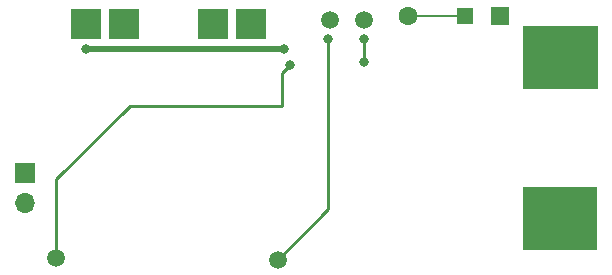
<source format=gbl>
G04 #@! TF.GenerationSoftware,KiCad,Pcbnew,(5.1.8)-1*
G04 #@! TF.CreationDate,2020-12-05T00:35:16+00:00*
G04 #@! TF.ProjectId,Great Wave Refurbishing GBA Battery Board,47726561-7420-4576-9176-652052656675,rev?*
G04 #@! TF.SameCoordinates,Original*
G04 #@! TF.FileFunction,Copper,L2,Bot*
G04 #@! TF.FilePolarity,Positive*
%FSLAX46Y46*%
G04 Gerber Fmt 4.6, Leading zero omitted, Abs format (unit mm)*
G04 Created by KiCad (PCBNEW (5.1.8)-1) date 2020-12-05 00:35:16*
%MOMM*%
%LPD*%
G01*
G04 APERTURE LIST*
G04 #@! TA.AperFunction,NonConductor*
%ADD10C,0.100000*%
G04 #@! TD*
G04 #@! TA.AperFunction,ComponentPad*
%ADD11R,2.500000X2.500000*%
G04 #@! TD*
G04 #@! TA.AperFunction,ComponentPad*
%ADD12C,1.500000*%
G04 #@! TD*
G04 #@! TA.AperFunction,SMDPad,CuDef*
%ADD13R,4.000000X0.250000*%
G04 #@! TD*
G04 #@! TA.AperFunction,SMDPad,CuDef*
%ADD14R,1.340000X1.340000*%
G04 #@! TD*
G04 #@! TA.AperFunction,ComponentPad*
%ADD15C,1.600000*%
G04 #@! TD*
G04 #@! TA.AperFunction,ComponentPad*
%ADD16R,1.600000X1.600000*%
G04 #@! TD*
G04 #@! TA.AperFunction,ComponentPad*
%ADD17R,1.700000X1.700000*%
G04 #@! TD*
G04 #@! TA.AperFunction,ComponentPad*
%ADD18O,1.700000X1.700000*%
G04 #@! TD*
G04 #@! TA.AperFunction,ViaPad*
%ADD19C,0.800000*%
G04 #@! TD*
G04 #@! TA.AperFunction,Conductor*
%ADD20C,0.250000*%
G04 #@! TD*
G04 #@! TA.AperFunction,Conductor*
%ADD21C,0.500000*%
G04 #@! TD*
G04 #@! TA.AperFunction,Conductor*
%ADD22C,1.000000*%
G04 #@! TD*
G04 APERTURE END LIST*
D10*
G36*
X62128000Y-33075000D02*
G01*
X55878000Y-33075000D01*
X55878000Y-27825000D01*
X62128000Y-27825000D01*
X62128000Y-33075000D01*
G37*
X62128000Y-33075000D02*
X55878000Y-33075000D01*
X55878000Y-27825000D01*
X62128000Y-27825000D01*
X62128000Y-33075000D01*
G36*
X62153000Y-19475000D02*
G01*
X55903000Y-19475000D01*
X55903000Y-14225000D01*
X62153000Y-14225000D01*
X62153000Y-19475000D01*
G37*
X62153000Y-19475000D02*
X55903000Y-19475000D01*
X55903000Y-14225000D01*
X62153000Y-14225000D01*
X62153000Y-19475000D01*
D11*
X32875000Y-14000000D03*
X18875000Y-14000000D03*
X22125000Y-14000000D03*
X29625000Y-14000000D03*
D12*
X42425000Y-13725000D03*
X39525000Y-13675000D03*
X35150000Y-33975000D03*
X16375000Y-33850000D03*
D13*
X48555000Y-13325000D03*
D14*
X50965000Y-13325000D03*
D15*
X46155000Y-13325000D03*
D16*
X53955000Y-13325000D03*
D17*
X13710500Y-26664500D03*
D18*
X13710500Y-29204500D03*
D19*
X60233000Y-14875000D03*
X56483000Y-16225000D03*
X57733000Y-18875000D03*
X57733000Y-14875000D03*
X60233000Y-18875000D03*
X56503000Y-17525000D03*
X58983000Y-18875000D03*
X56503000Y-14875000D03*
X56483000Y-14875000D03*
X56503000Y-16225000D03*
X56483000Y-17525000D03*
X56483000Y-18875000D03*
X56503000Y-18875000D03*
X58983000Y-14875000D03*
X61458000Y-18875000D03*
X58958000Y-28475000D03*
X56478000Y-32475000D03*
X56458000Y-32475000D03*
X56458000Y-31125000D03*
X56458000Y-28475000D03*
X56478000Y-28475000D03*
X58958000Y-32475000D03*
X56478000Y-31125000D03*
X60208000Y-32475000D03*
X57708000Y-28475000D03*
X57708000Y-32475000D03*
X61433000Y-32475000D03*
X39425000Y-15300000D03*
X36175000Y-17475000D03*
X42425000Y-15300000D03*
X42425000Y-17250000D03*
X18925000Y-16150000D03*
X35675000Y-16150000D03*
X58983000Y-17525000D03*
X58983000Y-16225000D03*
X60233000Y-16225000D03*
X57733000Y-17525000D03*
X57733000Y-16225000D03*
X60233000Y-17525000D03*
X61458000Y-17525000D03*
X61458000Y-16225000D03*
X61458000Y-14875000D03*
X60208000Y-31125000D03*
X57708000Y-29825000D03*
X57708000Y-31125000D03*
X60208000Y-29825000D03*
X56478000Y-29825000D03*
X58958000Y-29825000D03*
X58958000Y-31125000D03*
X56458000Y-29825000D03*
X60208000Y-28475000D03*
X61433000Y-29825000D03*
X61433000Y-31125000D03*
X61433000Y-28475000D03*
D20*
X16375000Y-33825000D02*
X16325000Y-33875000D01*
X35505494Y-20944506D02*
X22609052Y-20944506D01*
X22609052Y-20944506D02*
X16375000Y-27178558D01*
X39425000Y-29700000D02*
X35150000Y-33975000D01*
X39425000Y-15300000D02*
X39425000Y-29700000D01*
X16375000Y-27178558D02*
X16375000Y-33850000D01*
X35505494Y-18144506D02*
X36175000Y-17475000D01*
X35505494Y-20944506D02*
X35505494Y-18144506D01*
X42425000Y-15300000D02*
X42425000Y-17250000D01*
D21*
X29525000Y-14125000D02*
X28874991Y-13474991D01*
D22*
X50965000Y-13325000D02*
X50965000Y-13325000D01*
D21*
X18925000Y-16150000D02*
X35675000Y-16150000D01*
M02*

</source>
